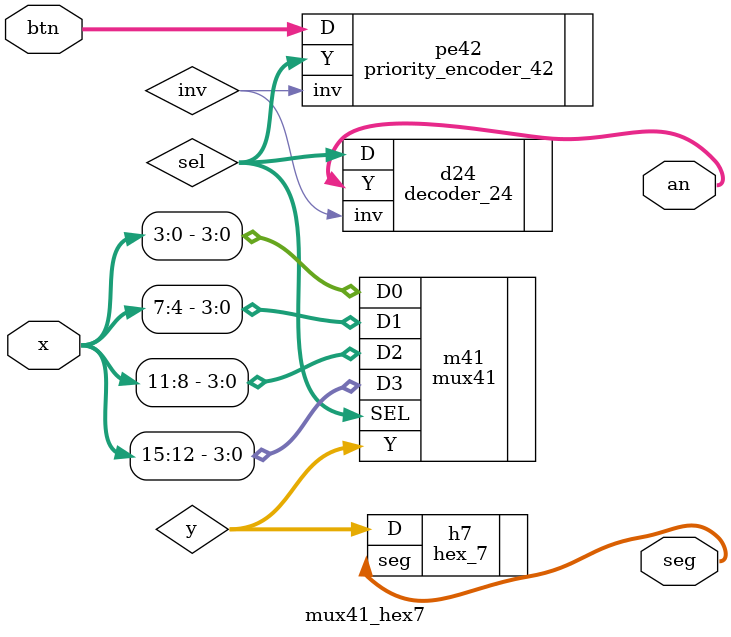
<source format=v>
`timescale 1ns / 1ps


module mux41_hex7(
    input [15: 0] x,
    input [3: 0] btn,
    output [6: 0] seg,
    output [3: 0] an
    );
    
    wire [1: 0] sel;
    wire [3: 0] y;
    wire inv;
    
    priority_encoder_42 pe42(.D(btn), .Y(sel), .inv(inv));
    decoder_24 d24(.D(sel), .inv(inv), .Y(an));
    mux41 m41(.SEL(sel), .D0(x[3: 0]), .D1(x[7: 4]), .D2(x[11: 8]), .D3(x[15: 12]), .Y(y));
    hex_7 h7(.D(y), .seg(seg));
    
endmodule

</source>
